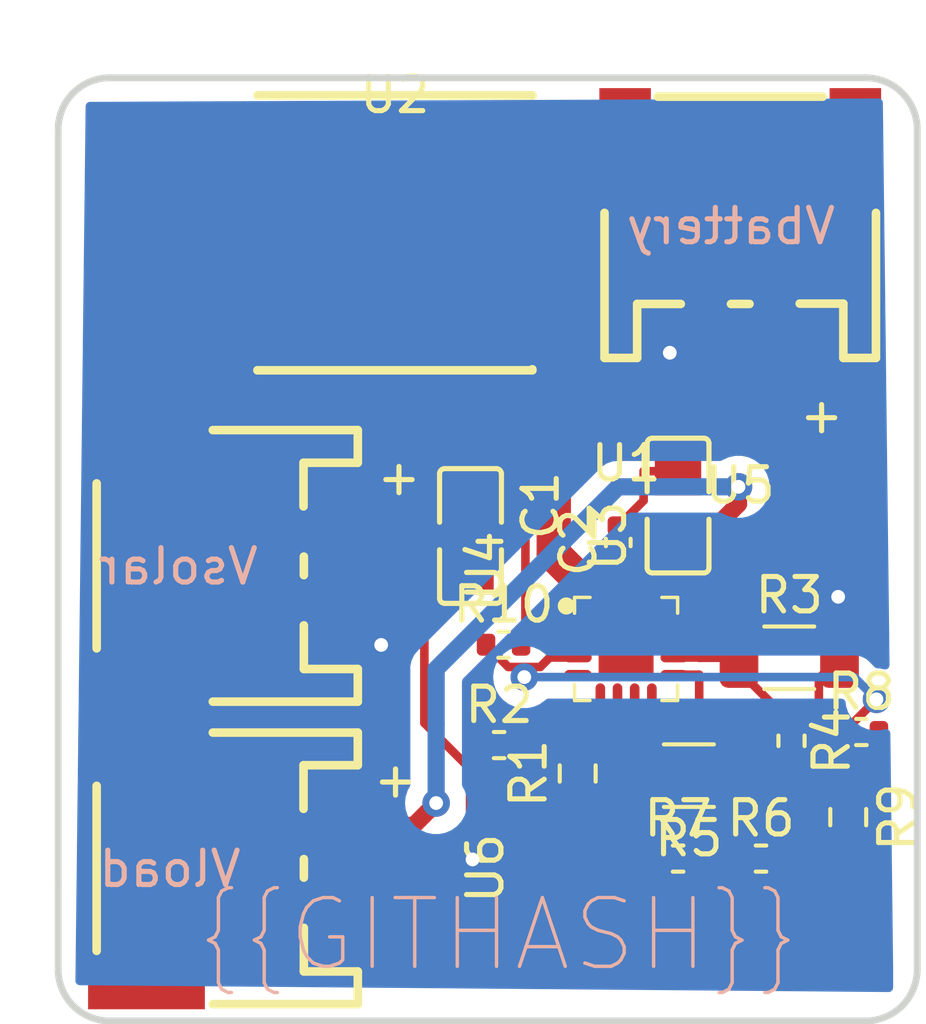
<source format=kicad_pcb>
(kicad_pcb (version 20221018) (generator pcbnew)
  (layers (0 "F.Cu" signal) (31 "B.Cu" signal) (34 "B.Paste" user) (35 "F.Paste" user) (36 "B.SilkS" user "B.Silkscreen") (37 "F.SilkS" user "F.Silkscreen") (38 "B.Mask" user) (39 "F.Mask" user) (44 "Edge.Cuts" user))
  (net 0 "")
  (net 1 "_1")
  (net 2 "_3")
  (net 3 "_4")
  (net 4 "ep")
  (net 5 "lbst")
  (net 6 "vcc")
  (net 7 "vbat")
  (net 8 "vss2")
  (net 9 "avss")
  (net 10 "vbat_ok")
  (net 11 "ok_prog")
  (net 12 "ok_hyst")
  (net 13 "vbat_uv")
  (net 14 "vrdiv")
  (net 15 "vbat_ov")
  (net 16 "ot_prog")
  (net 17 "vref_samp")
  (net 18 "voc_samp")
  (net 19 "vss")
  (net 20 "gnd")
  (net 21 "p2")
  (net 22 "_3-1")
  (net 23 "_4-1")
  (net 24 "_3-2")
  (net 25 "_4-2")
  (footprint "lib:R0402" (layer "F.Cu") (at 150.833 57.414)
    (fp_text reference "R2" (at 0 -1.17) (layer "F.SilkS"))
    (fp_text value "62.5mW Thick Film Resistors ±100ppm/℃ ±1% 4.87MΩ 0402  Chip Resistor - Surface Mount ROHS" hide)
    (fp_line (start -0.153641 -0.38) (end 0.153641 -0.38) (stroke (width 0.12)) (layer "F.SilkS"))
    (fp_line (start -0.153641 0.38) (end 0.153641 0.38) (stroke (width 0.12)) (layer "F.SilkS"))
    (pad "1" smd roundrect (at -0.51 0) (size 0.54 0.64) (layers "F.Cu" "F.Paste" "F.Mask") (net 15 "vbat_ov"))
    (pad "2" smd roundrect (at 0.51 0) (size 0.54 0.64) (layers "F.Cu" "F.Paste" "F.Mask") (net 20 "gnd"))
  )
  (footprint "lib:R0603" (layer "F.Cu") (at 153.119 58.24 90)
    (fp_text reference "R1" (at 0 -1.43 90) (layer "F.SilkS"))
    (fp_text value "100mW Thick Film Resistors ±100ppm/℃ ±1% 5.1MΩ 0603  Chip Resistor - Surface Mount ROHS" hide)
    (fp_line (start -0.237258 -0.5225) (end 0.237258 -0.5225) (stroke (width 0.12)) (layer "F.SilkS"))
    (fp_line (start -0.237258 0.5225) (end 0.237258 0.5225) (stroke (width 0.12)) (layer "F.SilkS"))
    (pad "1" smd roundrect (at -0.825 0 90) (size 0.8 0.95) (layers "F.Cu" "F.Paste" "F.Mask") (net 14 "vrdiv"))
    (pad "2" smd roundrect (at 0.825 0 90) (size 0.8 0.95) (layers "F.Cu" "F.Paste" "F.Mask") (net 15 "vbat_ov"))
  )
  (footprint "lib:R0402" (layer "F.Cu") (at 159.342 57.289 -90)
    (fp_text reference "R4" (at 0 -1.17 90) (layer "F.SilkS"))
    (fp_text value "62.5mW Thick Film Resistors ±100ppm/℃ ±1% 4.87MΩ 0402  Chip Resistor - Surface Mount ROHS" hide)
    (fp_line (start -0.153641 -0.38) (end 0.153641 -0.38) (stroke (width 0.12)) (layer "F.SilkS"))
    (fp_line (start -0.153641 0.38) (end 0.153641 0.38) (stroke (width 0.12)) (layer "F.SilkS"))
    (pad "1" smd roundrect (at -0.51 0 270) (size 0.54 0.64) (layers "F.Cu" "F.Paste" "F.Mask") (net 11 "ok_prog"))
    (pad "2" smd roundrect (at 0.51 0 270) (size 0.54 0.64) (layers "F.Cu" "F.Paste" "F.Mask") (net 12 "ok_hyst"))
  )
  (footprint "lib:IND-SMD_L8.0-W8.0_FNR80XXS" (layer "F.Cu") (at 147.8 42.51)
    (fp_text reference "U2" (at 0 -4.01) (layer "F.SilkS"))
    (fp_text value "")
    (fp_line (start -4 -4) (end 4 -4) (stroke (width 0.25)) (layer "F.SilkS"))
    (fp_line (start -4 4) (end -4 4) (stroke (width 0.25)) (layer "F.SilkS"))
    (fp_line (start 4 -4) (end 4 -3.99) (stroke (width 0.25)) (layer "F.SilkS"))
    (fp_line (start 4 3.97) (end 4 4) (stroke (width 0.25)) (layer "F.SilkS"))
    (fp_line (start 4 4) (end -4 4) (stroke (width 0.25)) (layer "F.SilkS"))
    (pad "1" smd rect (at -3.3 0.01) (size 3 7.5) (layers "F.Cu" "F.Paste" "F.Mask") (net 1 "_1"))
    (pad "2" smd rect (at 3.3 -0.01) (size 3 7.5) (layers "F.Cu" "F.Paste" "F.Mask") (net 5 "lbst"))
  )
  (footprint "lib:CONN-SMD_P2.00_S2B-PH-SM4-TB-LF-SN" (layer "F.Cu") (at 143.5 52.2 -90)
    (fp_text reference "U4" (at 0 -6.93 -90) (layer "F.SilkS"))
    (fp_text value "")
    (fp_line (start -3.95 -3.22) (end -3.95 1) (stroke (width 0.25)) (layer "F.SilkS"))
    (fp_line (start -3 -3.22) (end -3.95 -3.22) (stroke (width 0.25)) (layer "F.SilkS"))
    (fp_line (start -3 -1.64) (end -3 -3.22) (stroke (width 0.25)) (layer "F.SilkS"))
    (fp_line (start -1.73 -1.64) (end -3 -1.64) (stroke (width 0.25)) (layer "F.SilkS"))
    (fp_line (start 0.27 -1.65) (end -0.27 -1.65) (stroke (width 0.25)) (layer "F.SilkS"))
    (fp_line (start 2.4 4.38) (end -2.4 4.38) (stroke (width 0.25)) (layer "F.SilkS"))
    (fp_line (start 3 -3.22) (end 3 -1.65) (stroke (width 0.25)) (layer "F.SilkS"))
    (fp_line (start 3 -1.65) (end 1.73 -1.65) (stroke (width 0.25)) (layer "F.SilkS"))
    (fp_line (start 3.95 -3.22) (end 3 -3.22) (stroke (width 0.25)) (layer "F.SilkS"))
    (fp_line (start 3.95 -3.22) (end 3.95 1) (stroke (width 0.25)) (layer "F.SilkS"))
    (pad "1" smd rect (at -1 -2.93 270) (size 1 3.8) (layers "F.Cu" "F.Paste" "F.Mask") (net 1 "_1"))
    (pad "2" smd rect (at 1 -2.93 270) (size 1 3.8) (layers "F.Cu" "F.Paste" "F.Mask") (net 20 "gnd"))
    (pad "3" smd rect (at 3.35 2.93 270) (size 1.5 3.4) (layers "F.Cu" "F.Paste" "F.Mask") (net 2 "_3"))
    (pad "4" smd rect (at -3.35 2.93 270) (size 1.5 3.4) (layers "F.Cu" "F.Paste" "F.Mask") (net 3 "_4"))
  )
  (footprint "lib:R0603" (layer "F.Cu") (at 160.993 59.51 -90)
    (fp_text reference "R9" (at 0 -1.43 90) (layer "F.SilkS"))
    (fp_text value "100mW Thick Film Resistors ±100ppm/℃ ±1% 10MΩ 0603  Chip Resistor - Surface Mount ROHS" hide)
    (fp_line (start -0.237258 -0.5225) (end 0.237258 -0.5225) (stroke (width 0.12)) (layer "F.SilkS"))
    (fp_line (start -0.237258 0.5225) (end 0.237258 0.5225) (stroke (width 0.12)) (layer "F.SilkS"))
    (pad "1" smd roundrect (at -0.825 0 270) (size 0.8 0.95) (layers "F.Cu" "F.Paste" "F.Mask") (net 21 "p2"))
    (pad "2" smd roundrect (at 0.825 0 270) (size 0.8 0.95) (layers "F.Cu" "F.Paste" "F.Mask") (net 20 "gnd"))
  )
  (footprint "lib:R0402" (layer "F.Cu") (at 156.042 60.716)
    (fp_text reference "R7" (at 0 -1.17) (layer "F.SilkS"))
    (fp_text value "62.5mW ±1% ±400ppm/℃ 4.99MΩ 0402  Chip Resistor - Surface Mount ROHS" hide)
    (fp_line (start -0.153641 -0.38) (end 0.153641 -0.38) (stroke (width 0.12)) (layer "F.SilkS"))
    (fp_line (start -0.153641 0.38) (end 0.153641 0.38) (stroke (width 0.12)) (layer "F.SilkS"))
    (pad "1" smd roundrect (at -0.51 0) (size 0.54 0.64) (layers "F.Cu" "F.Paste" "F.Mask") (net 14 "vrdiv"))
    (pad "2" smd roundrect (at 0.51 0) (size 0.54 0.64) (layers "F.Cu" "F.Paste" "F.Mask") (net 13 "vbat_uv"))
  )
  (footprint "lib:CONN-SMD_P2.00_S2B-PH-SM4-TB-LF-SN" (layer "F.Cu") (at 143.5 61 -90)
    (fp_text reference "U6" (at 0 -6.93 90) (layer "F.SilkS"))
    (fp_text value "")
    (fp_line (start -3.95 -3.22) (end -3.95 1) (stroke (width 0.25)) (layer "F.SilkS"))
    (fp_line (start -3 -3.22) (end -3.95 -3.22) (stroke (width 0.25)) (layer "F.SilkS"))
    (fp_line (start -3 -1.64) (end -3 -3.22) (stroke (width 0.25)) (layer "F.SilkS"))
    (fp_line (start -1.73 -1.64) (end -3 -1.64) (stroke (width 0.25)) (layer "F.SilkS"))
    (fp_line (start 0.27 -1.65) (end -0.27 -1.65) (stroke (width 0.25)) (layer "F.SilkS"))
    (fp_line (start 2.4 4.38) (end -2.4 4.38) (stroke (width 0.25)) (layer "F.SilkS"))
    (fp_line (start 3 -3.22) (end 3 -1.65) (stroke (width 0.25)) (layer "F.SilkS"))
    (fp_line (start 3 -1.65) (end 1.73 -1.65) (stroke (width 0.25)) (layer "F.SilkS"))
    (fp_line (start 3.95 -3.22) (end 3 -3.22) (stroke (width 0.25)) (layer "F.SilkS"))
    (fp_line (start 3.95 -3.22) (end 3.95 1) (stroke (width 0.25)) (layer "F.SilkS"))
    (pad "1" smd rect (at -1 -2.93 270) (size 1 3.8) (layers "F.Cu" "F.Paste" "F.Mask") (net 6 "vcc"))
    (pad "2" smd rect (at 1 -2.93 270) (size 1 3.8) (layers "F.Cu" "F.Paste" "F.Mask") (net 20 "gnd"))
    (pad "3" smd rect (at 3.35 2.93 270) (size 1.5 3.4) (layers "F.Cu" "F.Paste" "F.Mask") (net 24 "_3-2"))
    (pad "4" smd rect (at -3.35 2.93 270) (size 1.5 3.4) (layers "F.Cu" "F.Paste" "F.Mask") (net 25 "_4-2"))
  )
  (footprint "lib:VQFN-16_L3.0-W3.0-P0.50-TL-EP" (layer "F.Cu") (at 154.528 54.617)
    (fp_text reference "U1" (at 0 -5.4) (layer "F.SilkS"))
    (fp_text value "")
    (fp_line (start -1.5 -1.5) (end -1.5 -1.04) (stroke (width 0.1)) (layer "F.SilkS"))
    (fp_line (start -1.5 1.04) (end -1.5 1.5) (stroke (width 0.1)) (layer "F.SilkS"))
    (fp_line (start -1.5 1.5) (end -1.05 1.5) (stroke (width 0.1)) (layer "F.SilkS"))
    (fp_line (start -1.05 -1.5) (end -1.5 -1.5) (stroke (width 0.1)) (layer "F.SilkS"))
    (fp_line (start 1.04 1.5) (end 1.5 1.5) (stroke (width 0.1)) (layer "F.SilkS"))
    (fp_line (start 1.5 -1.5) (end 1.04 -1.5) (stroke (width 0.1)) (layer "F.SilkS"))
    (fp_line (start 1.5 -1.5) (end 1.5 -1.04) (stroke (width 0.1)) (layer "F.SilkS"))
    (fp_line (start 1.5 1.04) (end 1.5 1.5) (stroke (width 0.1)) (layer "F.SilkS"))
    (fp_arc (start -1.74 -1.25) (mid -1.74 -1.25) (end -1.74 -1.25) (stroke (width 0.25)) (layer "F.SilkS"))
    (pad "1" smd oval (at -1.4 -0.75 90) (size 0.28 0.8) (layers "F.Cu" "F.Paste" "F.Mask") (net 19 "vss"))
    (pad "2" smd oval (at -1.4 -0.25 90) (size 0.28 0.8) (layers "F.Cu" "F.Paste" "F.Mask") (net 1 "_1"))
    (pad "3" smd oval (at -1.4 0.25 90) (size 0.28 0.8) (layers "F.Cu" "F.Paste" "F.Mask") (net 18 "voc_samp"))
    (pad "4" smd oval (at -1.4 0.75 90) (size 0.28 0.8) (layers "F.Cu" "F.Paste" "F.Mask") (net 17 "vref_samp"))
    (pad "5" smd oval (at -0.75 1.4) (size 0.28 0.8) (layers "F.Cu" "F.Paste" "F.Mask") (net 16 "ot_prog"))
    (pad "6" smd oval (at -0.25 1.4) (size 0.28 0.8) (layers "F.Cu" "F.Paste" "F.Mask") (net 15 "vbat_ov"))
    (pad "7" smd oval (at 0.25 1.4) (size 0.28 0.8) (layers "F.Cu" "F.Paste" "F.Mask") (net 14 "vrdiv"))
    (pad "8" smd oval (at 0.75 1.4) (size 0.28 0.8) (layers "F.Cu" "F.Paste" "F.Mask") (net 13 "vbat_uv"))
    (pad "9" smd oval (at 1.4 0.75 90) (size 0.28 0.8) (layers "F.Cu" "F.Paste" "F.Mask") (net 12 "ok_hyst"))
    (pad "10" smd oval (at 1.4 0.25 90) (size 0.28 0.8) (layers "F.Cu" "F.Paste" "F.Mask") (net 11 "ok_prog"))
    (pad "11" smd oval (at 1.4 -0.25 90) (size 0.28 0.8) (layers "F.Cu" "F.Paste" "F.Mask") (net 10 "vbat_ok"))
    (pad "12" smd oval (at 1.4 -0.75 90) (size 0.28 0.8) (layers "F.Cu" "F.Paste" "F.Mask") (net 9 "avss"))
    (pad "13" smd oval (at 0.75 -1.4) (size 0.28 0.8) (layers "F.Cu" "F.Paste" "F.Mask") (net 8 "vss2"))
    (pad "14" smd oval (at 0.25 -1.4) (size 0.28 0.8) (layers "F.Cu" "F.Paste" "F.Mask") (net 7 "vbat"))
    (pad "15" smd oval (at -0.25 -1.4) (size 0.28 0.8) (layers "F.Cu" "F.Paste" "F.Mask") (net 6 "vcc"))
    (pad "16" smd oval (at -0.75 -1.4) (size 0.28 0.8) (layers "F.Cu" "F.Paste" "F.Mask") (net 5 "lbst"))
    (pad "17" smd rect (at 0 0) (size 1.6 1.6) (layers "F.Cu" "F.Paste" "F.Mask") (net 4 "ep"))
  )
  (footprint "lib:R0402" (layer "F.Cu") (at 161.376 57.033)
    (fp_text reference "R8" (at 0 -1.17) (layer "F.SilkS"))
    (fp_text value "62.5mW Thick Film Resistors ±100ppm/℃ ±1% 6.04MΩ 0402  Chip Resistor - Surface Mount ROHS" hide)
    (fp_line (start -0.153641 -0.38) (end 0.153641 -0.38) (stroke (width 0.12)) (layer "F.SilkS"))
    (fp_line (start -0.153641 0.38) (end 0.153641 0.38) (stroke (width 0.12)) (layer "F.SilkS"))
    (pad "1" smd roundrect (at -0.51 0) (size 0.54 0.64) (layers "F.Cu" "F.Paste" "F.Mask") (net 18 "voc_samp"))
    (pad "2" smd roundrect (at 0.51 0) (size 0.54 0.64) (layers "F.Cu" "F.Paste" "F.Mask") (net 21 "p2"))
  )
  (footprint "lib:C0402" (layer "F.Cu") (at 154.3 51.52 90)
    (fp_text reference "C2" (at 0 -1.16 90) (layer "F.SilkS"))
    (fp_text value "Multilayer Ceramic Capacitors MLCC - SMD/SMT 100nF 10V 0402 RoHS" hide)
    (fp_line (start -0.107836 -0.36) (end 0.107836 -0.36) (stroke (width 0.12)) (layer "F.SilkS"))
    (fp_line (start -0.107836 0.36) (end 0.107836 0.36) (stroke (width 0.12)) (layer "F.SilkS"))
    (pad "1" smd roundrect (at -0.48 0 90) (size 0.56 0.62) (layers "F.Cu" "F.Paste" "F.Mask") (net 6 "vcc"))
    (pad "2" smd roundrect (at 0.48 0 90) (size 0.56 0.62) (layers "F.Cu" "F.Paste" "F.Mask") (net 20 "gnd"))
  )
  (footprint "lib:R1206" (layer "F.Cu") (at 159.2765 54.874)
    (fp_text reference "R3" (at 0 -1.82) (layer "F.SilkS"))
    (fp_text value "250mW Thick Film Resistors 200V ±100ppm/℃ ±1% -55℃~+155℃ 4.42MΩ 1206  Chip Resistor - Surface Mount ROHS" hide)
    (fp_line (start -0.727064 -0.91) (end 0.727064 -0.91) (stroke (width 0.12)) (layer "F.SilkS"))
    (fp_line (start -0.727064 0.91) (end 0.727064 0.91) (stroke (width 0.12)) (layer "F.SilkS"))
    (pad "1" smd roundrect (at -1.4625 0) (size 1.125 1.75) (layers "F.Cu" "F.Paste" "F.Mask") (roundrect_rratio 0.222222) (net 11 "ok_prog"))
    (pad "2" smd roundrect (at 1.4625 0) (size 1.125 1.75) (layers "F.Cu" "F.Paste" "F.Mask") (roundrect_rratio 0.222222) (net 20 "gnd"))
  )
  (footprint "lib:CONN-SMD_P2.00_S2B-PH-SM4-TB-LF-SN" (layer "F.Cu") (at 157.85 42.93 180)
    (fp_text reference "U5" (at 0 -6.93) (layer "F.SilkS"))
    (fp_text value "")
    (fp_line (start -3.95 -3.22) (end -3.95 1) (stroke (width 0.25)) (layer "F.SilkS"))
    (fp_line (start -3 -3.22) (end -3.95 -3.22) (stroke (width 0.25)) (layer "F.SilkS"))
    (fp_line (start -3 -1.64) (end -3 -3.22) (stroke (width 0.25)) (layer "F.SilkS"))
    (fp_line (start -1.73 -1.64) (end -3 -1.64) (stroke (width 0.25)) (layer "F.SilkS"))
    (fp_line (start 0.27 -1.65) (end -0.27 -1.65) (stroke (width 0.25)) (layer "F.SilkS"))
    (fp_line (start 2.4 4.38) (end -2.4 4.38) (stroke (width 0.25)) (layer "F.SilkS"))
    (fp_line (start 3 -3.22) (end 3 -1.65) (stroke (width 0.25)) (layer "F.SilkS"))
    (fp_line (start 3 -1.65) (end 1.73 -1.65) (stroke (width 0.25)) (layer "F.SilkS"))
    (fp_line (start 3.95 -3.22) (end 3 -3.22) (stroke (width 0.25)) (layer "F.SilkS"))
    (fp_line (start 3.95 -3.22) (end 3.95 1) (stroke (width 0.25)) (layer "F.SilkS"))
    (pad "1" smd rect (at -1 -2.93 180) (size 1 3.8) (layers "F.Cu" "F.Paste" "F.Mask") (net 7 "vbat"))
    (pad "2" smd rect (at 1 -2.93 180) (size 1 3.8) (layers "F.Cu" "F.Paste" "F.Mask") (net 20 "gnd"))
    (pad "3" smd rect (at 3.35 2.93 180) (size 1.5 3.4) (layers "F.Cu" "F.Paste" "F.Mask") (net 22 "_3-1"))
    (pad "4" smd rect (at -3.35 2.93 180) (size 1.5 3.4) (layers "F.Cu" "F.Paste" "F.Mask") (net 23 "_4-1"))
  )
  (footprint "lib:R1206" (layer "F.Cu") (at 156.3555 58.303 180)
    (fp_text reference "R5" (at 0 -1.82) (layer "F.SilkS"))
    (fp_text value "250mW Thick Film Resistors ±100ppm/℃ ±1% 715kΩ 1206  Chip Resistor - Surface Mount ROHS" hide)
    (fp_line (start -0.727064 -0.91) (end 0.727064 -0.91) (stroke (width 0.12)) (layer "F.SilkS"))
    (fp_line (start -0.727064 0.91) (end 0.727064 0.91) (stroke (width 0.12)) (layer "F.SilkS"))
    (pad "1" smd roundrect (at -1.4625 0 180) (size 1.125 1.75) (layers "F.Cu" "F.Paste" "F.Mask") (roundrect_rratio 0.222222) (net 12 "ok_hyst"))
    (pad "2" smd roundrect (at 1.4625 0 180) (size 1.125 1.75) (layers "F.Cu" "F.Paste" "F.Mask") (roundrect_rratio 0.222222) (net 14 "vrdiv"))
  )
  (footprint "lib:R0402" (layer "F.Cu") (at 150.962 54.493)
    (fp_text reference "R10" (at 0 -1.17) (layer "F.SilkS"))
    (fp_text value "62.5mW Thick Film Resistors ±100ppm/℃ ±1% 4.02MΩ 0402  Chip Resistor - Surface Mount ROHS" hide)
    (fp_line (start -0.153641 -0.38) (end 0.153641 -0.38) (stroke (width 0.12)) (layer "F.SilkS"))
    (fp_line (start -0.153641 0.38) (end 0.153641 0.38) (stroke (width 0.12)) (layer "F.SilkS"))
    (pad "1" smd roundrect (at -0.51 0) (size 0.54 0.64) (layers "F.Cu" "F.Paste" "F.Mask") (net 18 "voc_samp"))
    (pad "2" smd roundrect (at 0.51 0) (size 0.54 0.64) (layers "F.Cu" "F.Paste" "F.Mask") (net 1 "_1"))
  )
  (footprint "lib:R0402" (layer "F.Cu") (at 158.455 60.716)
    (fp_text reference "R6" (at 0 -1.17) (layer "F.SilkS"))
    (fp_text value "62.5mW ±1% ±400ppm/℃ 4.99MΩ 0402  Chip Resistor - Surface Mount ROHS" hide)
    (fp_line (start -0.153641 -0.38) (end 0.153641 -0.38) (stroke (width 0.12)) (layer "F.SilkS"))
    (fp_line (start -0.153641 0.38) (end 0.153641 0.38) (stroke (width 0.12)) (layer "F.SilkS"))
    (pad "1" smd roundrect (at -0.51 0) (size 0.54 0.64) (layers "F.Cu" "F.Paste" "F.Mask") (net 13 "vbat_uv"))
    (pad "2" smd roundrect (at 0.51 0) (size 0.54 0.64) (layers "F.Cu" "F.Paste" "F.Mask") (net 20 "gnd"))
  )
  (footprint "lib:C0805" (layer "F.Cu") (at 156.04 50.445 90)
    (fp_text reference "C1" (at 0 -4 90) (layer "F.SilkS"))
    (fp_text value "Multilayer Ceramic Capacitors MLCC - SMD/SMT 4.7uF 16V 0805 RoHS" hide)
    (fp_line (start -1.96 0.75) (end -1.96 -0.75) (stroke (width 0.15)) (layer "F.SilkS"))
    (fp_line (start -1.81 -0.9) (end -0.4 -0.9) (stroke (width 0.15)) (layer "F.SilkS"))
    (fp_line (start -0.4 0.9) (end -1.81 0.9) (stroke (width 0.15)) (layer "F.SilkS"))
    (fp_line (start 0.4 0.9) (end 1.81 0.9) (stroke (width 0.15)) (layer "F.SilkS"))
    (fp_line (start 1.81 -0.9) (end 0.4 -0.9) (stroke (width 0.15)) (layer "F.SilkS"))
    (fp_line (start 1.96 0.75) (end 1.96 -0.75) (stroke (width 0.15)) (layer "F.SilkS"))
    (fp_arc (start -1.96 -0.75) (mid -1.916066 -0.856066) (end -1.81 -0.9) (stroke (width 0.15)) (layer "F.SilkS"))
    (fp_arc (start -1.81 0.9) (mid -1.916066 0.856066) (end -1.96 0.75) (stroke (width 0.15)) (layer "F.SilkS"))
    (fp_arc (start 1.81 -0.9) (mid 1.916066 -0.856066) (end 1.96 -0.75) (stroke (width 0.15)) (layer "F.SilkS"))
    (fp_arc (start 1.96 0.75) (mid 1.916066 0.856066) (end 1.81 0.9) (stroke (width 0.15)) (layer "F.SilkS"))
    (pad "1" smd rect (at -1 0 90) (size 1.41 1.35) (layers "F.Cu" "F.Paste" "F.Mask") (net 6 "vcc"))
    (pad "2" smd rect (at 1 0 90) (size 1.41 1.35) (layers "F.Cu" "F.Paste" "F.Mask") (net 20 "gnd"))
  )
  (footprint "lib:C0805" (layer "F.Cu") (at 150 51.331 -90)
    (fp_text reference "U3" (at 0 -4 -90) (layer "F.SilkS"))
    (fp_text value "")
    (fp_line (start -1.96 0.75) (end -1.96 -0.75) (stroke (width 0.15)) (layer "F.SilkS"))
    (fp_line (start -1.81 -0.9) (end -0.4 -0.9) (stroke (width 0.15)) (layer "F.SilkS"))
    (fp_line (start -0.4 0.9) (end -1.81 0.9) (stroke (width 0.15)) (layer "F.SilkS"))
    (fp_line (start 0.4 0.9) (end 1.81 0.9) (stroke (width 0.15)) (layer "F.SilkS"))
    (fp_line (start 1.81 -0.9) (end 0.4 -0.9) (stroke (width 0.15)) (layer "F.SilkS"))
    (fp_line (start 1.96 0.75) (end 1.96 -0.75) (stroke (width 0.15)) (layer "F.SilkS"))
    (fp_arc (start -1.96 -0.75) (mid -1.916066 -0.856066) (end -1.81 -0.9) (stroke (width 0.15)) (layer "F.SilkS"))
    (fp_arc (start -1.81 0.9) (mid -1.916066 0.856066) (end -1.96 0.75) (stroke (width 0.15)) (layer "F.SilkS"))
    (fp_arc (start 1.81 -0.9) (mid 1.916066 -0.856066) (end 1.96 -0.75) (stroke (width 0.15)) (layer "F.SilkS"))
    (fp_arc (start 1.96 0.75) (mid 1.916066 0.856066) (end 1.81 0.9) (stroke (width 0.15)) (layer "F.SilkS"))
    (pad "1" smd rect (at -1 0 270) (size 1.41 1.35) (layers "F.Cu" "F.Paste" "F.Mask") (net 1 "_1"))
    (pad "2" smd rect (at 1 0 270) (size 1.41 1.35) (layers "F.Cu" "F.Paste" "F.Mask") (net 20 "gnd"))
  )
  (gr_arc (start 139.5 65.43934) (mid 138.43934 65) (end 138 63.93934) (stroke (width 0.2)) (layer "Edge.Cuts"))
  (gr_line (start 139.5 65.43934) (end 161.5 65.43934) (stroke (width 0.2)) (layer "Edge.Cuts"))
  (gr_arc (start 138 39.5) (mid 138.43934 38.43934) (end 139.5 38) (stroke (width 0.2)) (layer "Edge.Cuts"))
  (gr_line (start 163 63.93934) (end 163 61.5) (stroke (width 0.2)) (layer "Edge.Cuts"))
  (gr_line (start 161.5 38) (end 139.5 38) (stroke (width 0.2)) (layer "Edge.Cuts"))
  (gr_line (start 138 39.5) (end 138 61.5) (stroke (width 0.2)) (layer "Edge.Cuts"))
  (gr_arc (start 163 63.93934) (mid 162.56066 65) (end 161.5 65.43934) (stroke (width 0.2)) (layer "Edge.Cuts"))
  (gr_line (start 138 61.5) (end 138 63.93934) (stroke (width 0.2)) (layer "Edge.Cuts"))
  (gr_arc (start 161.5 38) (mid 162.56066 38.43934) (end 163 39.5) (stroke (width 0.2)) (layer "Edge.Cuts"))
  (gr_line (start 163 61.5) (end 163 39.5) (stroke (width 0.2)) (layer "Edge.Cuts"))
  (gr_text "Vload" (at 143.4 61.6) (layer "B.SilkS") (effects (font (size 1 1)) (justify left bottom mirror)))
  (gr_text "{{GITHASH}}" (at 141.93 64.1) (layer "B.SilkS") (effects (font (size 2 2) (thickness 0.1)) (justify left bottom)))
  (gr_text "Vbattery" (at 160.7 42.9) (layer "B.SilkS") (effects (font (size 1 1)) (justify left bottom mirror)))
  (gr_text "Vsolar" (at 143.9 52.8) (layer "B.SilkS") (effects (font (size 1 1)) (justify left bottom mirror)))
  (gr_text "+" (at 147.2 50.2) (layer "F.SilkS") (effects (font (size 1 1)) (justify left bottom)))
  (gr_text "+" (at 159.5 48.4) (layer "F.SilkS") (effects (font (size 1 1)) (justify left bottom)))
  (gr_text "+" (at 147.1 59) (layer "F.SilkS") (effects (font (size 1 1)) (justify left bottom)))
  (segment (start 151.598 50.9271) (end 151.0019 50.331) (width 0.25) (layer "F.Cu") (net 1))
  (segment (start 150 50.331) (end 148.9981 50.331) (width 0.25) (layer "F.Cu") (net 1))
  (segment (start 151.598 54.367) (end 151.598 50.9271) (width 0.25) (layer "F.Cu") (net 1))
  (segment (start 148.6569 51.2) (end 148.6569 50.6722) (width 0.25) (layer "F.Cu") (net 1))
  (segment (start 144.5 42.52) (end 144.5 47.2) (width 1) (layer "F.Cu") (net 1))
  (segment (start 151.598 54.367) (end 151.472 54.493) (width 0.25) (layer "F.Cu") (net 1))
  (segment (start 146.43 49.13) (end 146.43 51.2) (width 1) (layer "F.Cu") (net 1))
  (segment (start 148.6569 50.6722) (end 148.9981 50.331) (width 0.25) (layer "F.Cu") (net 1))
  (segment (start 150 50.331) (end 151.0019 50.331) (width 0.25) (layer "F.Cu") (net 1))
  (segment (start 153.128 54.367) (end 151.598 54.367) (width 0.25) (layer "F.Cu") (net 1))
  (segment (start 146.43 51.2) (end 146.7084 51.2) (width 0.25) (layer "F.Cu") (net 1))
  (segment (start 146.7084 51.2) (end 148.6569 51.2) (width 0.25) (layer "F.Cu") (net 1))
  (segment (start 144.5 47.2) (end 146.43 49.13) (width 1) (layer "F.Cu") (net 1))
  (segment (start 152.423 51.862) (end 153.438 52.877) (width 1) (layer "F.Cu") (net 5))
  (segment (start 151.1 42.5) (end 152.423 43.823) (width 1) (layer "F.Cu") (net 5))
  (segment (start 152.423 43.823) (end 152.423 51.862) (width 1) (layer "F.Cu") (net 5))
  (segment (start 146.43 60) (end 148.1 60) (width 0.5) (layer "F.Cu") (net 6))
  (segment (start 157.8 50.4) (end 156.755 51.445) (width 0.5) (layer "F.Cu") (net 6))
  (segment (start 154.4831 52) (end 154.3 52) (width 0.25) (layer "F.Cu") (net 6))
  (segment (start 154.278 52.8037) (end 154.278 52.7967) (width 0.25) (layer "F.Cu") (net 6))
  (segment (start 155.0381 51.445) (end 154.4831 52) (width 0.25) (layer "F.Cu") (net 6))
  (segment (start 156.755 51.445) (end 156.04 51.445) (width 0.5) (layer "F.Cu") (net 6))
  (segment (start 154.3 52.4681) (end 154.3 52) (width 0.25) (layer "F.Cu") (net 6))
  (segment (start 154.278 52.7967) (end 154.278 52.4901) (width 0.25) (layer "F.Cu") (net 6))
  (segment (start 154.1972 52) (end 154.3 52) (width 0.25) (layer "F.Cu") (net 6))
  (segment (start 157.8 49.9) (end 157.8 50.4) (width 0.5) (layer "F.Cu") (net 6))
  (segment (start 148.1 60) (end 149 59.1) (width 0.5) (layer "F.Cu") (net 6))
  (segment (start 154.278 52.4901) (end 154.3 52.4681) (width 0.25) (layer "F.Cu") (net 6))
  (segment (start 154.278 53.217) (end 154.278 52.8037) (width 0.25) (layer "F.Cu") (net 6))
  (segment (start 156.04 51.445) (end 155.0381 51.445) (width 0.25) (layer "F.Cu") (net 6))
  (via (at 157.8 49.9) (size 0.8) (drill 0.4) (layers "F.Cu" "B.Cu") (net 6))
  (via (at 149 59.1) (size 0.8) (drill 0.4) (layers "F.Cu" "B.Cu") (net 6))
  (segment (start 149 56.798518) (end 149 55.2) (width 0.5) (layer "B.Cu") (net 6))
  (segment (start 149 59.1) (end 149 56.798518) (width 0.5) (layer "B.Cu") (net 6))
  (segment (start 154.3 49.9) (end 157.8 49.9) (width 0.5) (layer "B.Cu") (net 6))
  (segment (start 149 55.2) (end 154.3 49.9) (width 0.5) (layer "B.Cu") (net 6))
  (segment (start 155.0724 52.4801) (end 154.778 52.7745) (width 0.25) (layer "F.Cu") (net 7))
  (segment (start 158.85 45.86) (end 158.85 50.5498) (width 0.25) (layer "F.Cu") (net 7))
  (segment (start 154.778 52.7745) (end 154.778 53.217) (width 0.25) (layer "F.Cu") (net 7))
  (segment (start 158.85 50.5498) (end 156.9197 52.4801) (width 0.25) (layer "F.Cu") (net 7))
  (segment (start 156.9197 52.4801) (end 155.0724 52.4801) (width 0.25) (layer "F.Cu") (net 7))
  (segment (start 156.6619 54.874) (end 156.6549 54.867) (width 0.25) (layer "F.Cu") (net 11))
  (segment (start 159.342 56.779) (end 157.814 55.251) (width 0.25) (layer "F.Cu") (net 11))
  (segment (start 157.814 55.251) (end 157.814 54.874) (width 0.25) (layer "F.Cu") (net 11))
  (segment (start 157.814 54.874) (end 156.6619 54.874) (width 0.25) (layer "F.Cu") (net 11))
  (segment (start 155.928 54.867) (end 156.6549 54.867) (width 0.25) (layer "F.Cu") (net 11))
  (segment (start 158.322 57.799) (end 156.6549 56.1319) (width 0.25) (layer "F.Cu") (net 12))
  (segment (start 155.928 55.367) (end 156.6549 55.367) (width 0.25) (layer "F.Cu") (net 12))
  (segment (start 158.322 57.799) (end 157.818 58.303) (width 0.25) (layer "F.Cu") (net 12))
  (segment (start 159.342 57.799) (end 158.322 57.799) (width 0.25) (layer "F.Cu") (net 12))
  (segment (start 156.6549 56.1319) (end 156.6549 55.367) (width 0.25) (layer "F.Cu") (net 12))
  (segment (start 156.552 58.0179) (end 155.278 56.7439) (width 0.25) (layer "F.Cu") (net 13))
  (segment (start 156.552 60.716) (end 157.945 60.716) (width 0.25) (layer "F.Cu") (net 13))
  (segment (start 155.278 56.017) (end 155.278 56.7439) (width 0.25) (layer "F.Cu") (net 13))
  (segment (start 156.552 60.716) (end 156.552 58.0179) (width 0.25) (layer "F.Cu") (net 13))
  (segment (start 153.901 59.065) (end 153.901 59.085) (width 0.25) (layer "F.Cu") (net 14))
  (segment (start 153.901 59.065) (end 154.778 58.188) (width 0.25) (layer "F.Cu") (net 14))
  (segment (start 153.901 59.085) (end 155.532 60.716) (width 0.25) (layer "F.Cu") (net 14))
  (segment (start 154.778 56.017) (end 154.778 58.188) (width 0.25) (layer "F.Cu") (net 14))
  (segment (start 153.119 59.065) (end 153.901 59.065) (width 0.25) (layer "F.Cu") (net 14))
  (segment (start 154.778 58.188) (end 154.893 58.303) (width 0.25) (layer "F.Cu") (net 14))
  (segment (start 152.4687 56.7647) (end 150.9723 56.7647) (width 0.25) (layer "F.Cu") (net 15))
  (segment (start 154.278 56.017) (end 154.278 56.7439) (width 0.25) (layer "F.Cu") (net 15))
  (segment (start 153.119 57.415) (end 152.4687 56.7647) (width 0.25) (layer "F.Cu") (net 15))
  (segment (start 153.6069 57.415) (end 154.278 56.7439) (width 0.25) (layer "F.Cu") (net 15))
  (segment (start 150.9723 56.7647) (end 150.323 57.414) (width 0.25) (layer "F.Cu") (net 15))
  (segment (start 153.119 57.415) (end 153.6069 57.415) (width 0.25) (layer "F.Cu") (net 15))
  (segment (start 151.1009 55.1419) (end 150.452 54.493) (width 0.25) (layer "F.Cu") (net 18))
  (segment (start 151.5652 55.1419) (end 151.5652 55.4354) (width 0.25) (layer "F.Cu") (net 18))
  (segment (start 152.3038 54.867) (end 152.0289 55.1419) (width 0.25) (layer "F.Cu") (net 18))
  (segment (start 151.5652 55.1419) (end 151.1009 55.1419) (width 0.25) (layer "F.Cu") (net 18))
  (segment (start 153.128 54.867) (end 152.3038 54.867) (width 0.25) (layer "F.Cu") (net 18))
  (segment (start 161.8144 56.0846) (end 160.866 57.033) (width 0.25) (layer "F.Cu") (net 18))
  (segment (start 152.0289 55.1419) (end 151.5652 55.1419) (width 0.25) (layer "F.Cu") (net 18))
  (via (at 151.5652 55.4354) (size 0.8) (drill 0.4) (layers "F.Cu" "B.Cu") (net 18))
  (via (at 161.8144 56.0846) (size 0.8) (drill 0.4) (layers "F.Cu" "B.Cu") (net 18))
  (segment (start 161.1652 55.4354) (end 151.5652 55.4354) (width 0.25) (layer "B.Cu") (net 18))
  (segment (start 161.8144 56.0846) (end 161.1652 55.4354) (width 0.25) (layer "B.Cu") (net 18))
  (segment (start 150.6994 61.3821) (end 150.05865 60.74135) (width 0.25) (layer "F.Cu") (net 20))
  (segment (start 148.9981 52.331) (end 148.9981 52.8588) (width 0.25) (layer "F.Cu") (net 20))
  (segment (start 156.04 49.445) (end 155.0381 49.445) (width 0.25) (layer "F.Cu") (net 20))
  (segment (start 148.6569 56.7713) (end 148.6569 54) (width 0.25) (layer "F.Cu") (net 20))
  (segment (start 156.85 46.86) (end 156.85 48.0869) (width 0.25) (layer "F.Cu") (net 20))
  (segment (start 154.3 51.04) (end 155.0381 50.3019) (width 0.25) (layer "F.Cu") (net 20))
  (segment (start 149.9871 58.1015) (end 148.6569 56.7713) (width 0.25) (layer "F.Cu") (net 20))
  (segment (start 158.965 60.716) (end 159.7567 60.716) (width 0.25) (layer "F.Cu") (net 20))
  (segment (start 149.9871 60.6698) (end 148.6569 62) (width 0.25) (layer "F.Cu") (net 20))
  (segment (start 147.4 54.17) (end 146.43 53.2) (width 0.25) (layer "F.Cu") (net 20))
  (segment (start 150.6555 58.1015) (end 149.9871 58.1015) (width 0.25) (layer "F.Cu") (net 20))
  (segment (start 146.43 62) (end 148.6569 62) (width 0.25) (layer "F.Cu") (net 20))
  (segment (start 156.04 49.445) (end 156.04 48.4131) (width 0.25) (layer "F.Cu") (net 20))
  (segment (start 146.43 53.2) (end 148.6569 53.2) (width 0.25) (layer "F.Cu") (net 20))
  (segment (start 156.04 48.4131) (end 156.3662 48.0869) (width 0.25) (layer "F.Cu") (net 20))
  (segment (start 156.3662 48.0869) (end 156.85 48.0869) (width 0.25) (layer "F.Cu") (net 20))
  (segment (start 148.6569 54) (end 147.9 54) (width 0.25) (layer "F.Cu") (net 20))
  (segment (start 160.1377 55.4753) (end 160.739 54.874) (width 0.25) (layer "F.Cu") (net 20))
  (segment (start 150 52.331) (end 148.9981 52.331) (width 0.25) (layer "F.Cu") (net 20))
  (segment (start 158.965 60.716) (end 158.2989 61.3821) (width 0.25) (layer "F.Cu") (net 20))
  (segment (start 156.85 45.86) (end 155.94 45.86) (width 0.25) (layer "F.Cu") (net 20))
  (segment (start 148.8 62) (end 150.05865 60.74135) (width 0.25) (layer "F.Cu") (net 20))
  (segment (start 155.94 45.86) (end 155.8 46) (width 0.25) (layer "F.Cu") (net 20))
  (segment (start 150.05865 60.74135) (end 149.9871 60.6698) (width 0.25) (layer "F.Cu") (net 20))
  (segment (start 147.4 54.5) (end 147.4 54.17) (width 0.25) (layer "F.Cu") (net 20))
  (segment (start 160.739 54.874) (end 160.739 53.139) (width 0.25) (layer "F.Cu") (net 20))
  (segment (start 146.43 62) (end 148.8 62) (width 0.25) (layer "F.Cu") (net 20))
  (segment (start 151.343 57.414) (end 150.6555 58.1015) (width 0.25) (layer "F.Cu") (net 20))
  (segment (start 156.85 46.86) (end 156.85 45.86) (width 0.25) (layer "F.Cu") (net 20))
  (segment (start 149.9871 58.1015) (end 149.9871 60.6698) (width 0.25) (layer "F.Cu") (net 20))
  (segment (start 159.7567 60.716) (end 160.1377 60.335) (width 0.25) (layer "F.Cu") (net 20))
  (segment (start 155.0381 50.3019) (end 155.0381 49.445) (width 0.25) (layer "F.Cu") (net 20))
  (segment (start 158.2989 61.3821) (end 150.6994 61.3821) (width 0.25) (layer "F.Cu") (net 20))
  (segment (start 160.1377 60.335) (end 160.993 60.335) (width 0.25) (layer "F.Cu") (net 20))
  (segment (start 148.6569 54) (end 148.6569 53.2) (width 0.25) (layer "F.Cu") (net 20))
  (segment (start 160.739 53.139) (end 160.7 53.1) (width 0.25) (layer "F.Cu") (net 20))
  (segment (start 160.1377 60.335) (end 160.1377 55.4753) (width 0.25) (layer "F.Cu") (net 20))
  (segment (start 148.9981 52.8588) (end 148.6569 53.2) (width 0.25) (layer "F.Cu") (net 20))
  (segment (start 147.9 54) (end 147.4 54.5) (width 0.25) (layer "F.Cu") (net 20))
  (via (at 160.7 53.1) (size 0.8) (drill 0.4) (layers "F.Cu" "B.Cu") (net 20))
  (via (at 155.8 46) (size 0.8) (drill 0.4) (layers "F.Cu" "B.Cu") (net 20))
  (via (at 150.05865 60.74135) (size 0.8) (drill 0.4) (layers "F.Cu" "B.Cu") (net 20))
  (via (at 147.4 54.5) (size 0.8) (drill 0.4) (layers "F.Cu" "B.Cu") (net 20))
  (segment (start 160.993 58.685) (end 161.886 57.792) (width 0.25) (layer "F.Cu") (net 21))
  (segment (start 161.886 57.792) (end 161.886 57.033) (width 0.25) (layer "F.Cu") (net 21))
  (zone (net 20) (net_name "gnd") (layer "B.Cu") (connect_pads (clearance 0.5)) (min_thickness 0.25) (fill yes (thermal_gap 0.5) (thermal_bridge_width 0.5))
    (polygon (pts (xy 138.8 38.7) (xy 162 38.6) (xy 162.3 63.9) (xy 162.3 64.6) (xy 138.5 64.4)))
  )
)
</source>
